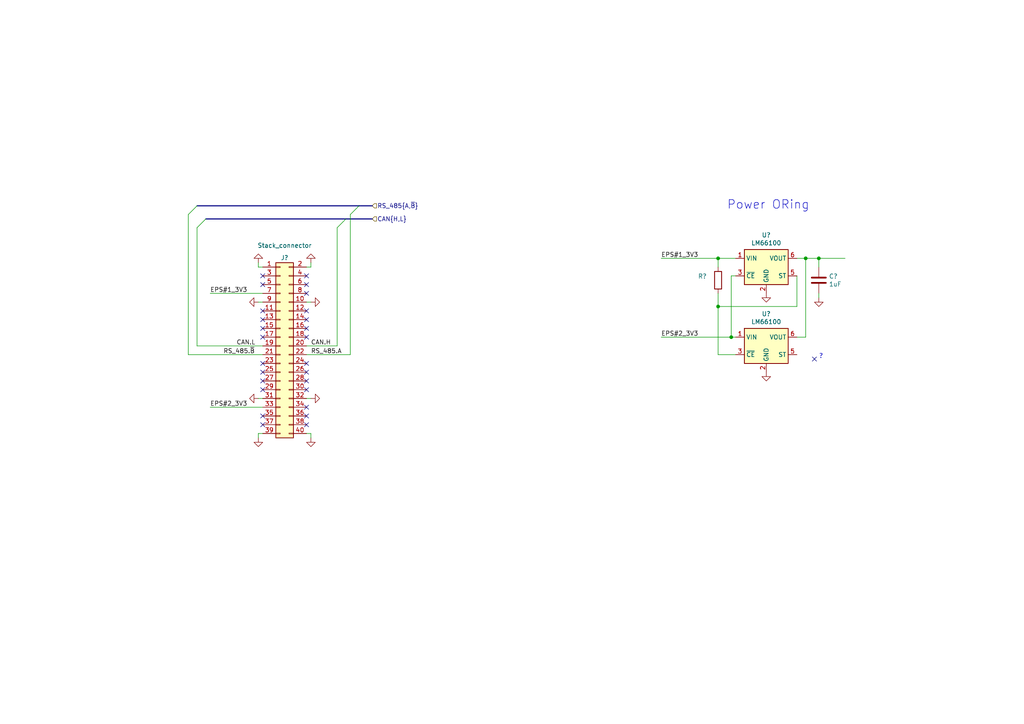
<source format=kicad_sch>
(kicad_sch (version 20211123) (generator eeschema)
  (paper "A4")
  (lib_symbols
    (symbol "Connector_Generic:Conn_02x20_Odd_Even" (pin_names (offset 1.016) hide)
      (property "Reference" "J" (at 1.27 25.4 0))
      (property "Value" "Conn_02x20_Odd_Even" (at 1.27 -27.94 0))
      (symbol "Conn_02x20_Odd_Even_1_1"
        (rectangle (start -1.27 -25.273) (end 0 -25.527) (stroke (width 0.1524)))
        (rectangle (start -1.27 -22.733) (end 0 -22.987) (stroke (width 0.1524)))
        (rectangle (start -1.27 -20.193) (end 0 -20.447) (stroke (width 0.1524)))
        (rectangle (start -1.27 -17.653) (end 0 -17.907) (stroke (width 0.1524)))
        (rectangle (start -1.27 -15.113) (end 0 -15.367) (stroke (width 0.1524)))
        (rectangle (start -1.27 -12.573) (end 0 -12.827) (stroke (width 0.1524)))
        (rectangle (start -1.27 -10.033) (end 0 -10.287) (stroke (width 0.1524)))
        (rectangle (start -1.27 -7.493) (end 0 -7.747) (stroke (width 0.1524)))
        (rectangle (start -1.27 -4.953) (end 0 -5.207) (stroke (width 0.1524)))
        (rectangle (start -1.27 -2.413) (end 0 -2.667) (stroke (width 0.1524)))
        (rectangle (start -1.27 0.127) (end 0 -0.127) (stroke (width 0.1524)))
        (rectangle (start -1.27 2.667) (end 0 2.413) (stroke (width 0.1524)))
        (rectangle (start -1.27 5.207) (end 0 4.953) (stroke (width 0.1524)))
        (rectangle (start -1.27 7.747) (end 0 7.493) (stroke (width 0.1524)))
        (rectangle (start -1.27 10.287) (end 0 10.033) (stroke (width 0.1524)))
        (rectangle (start -1.27 12.827) (end 0 12.573) (stroke (width 0.1524)))
        (rectangle (start -1.27 15.367) (end 0 15.113) (stroke (width 0.1524)))
        (rectangle (start -1.27 17.907) (end 0 17.653) (stroke (width 0.1524)))
        (rectangle (start -1.27 20.447) (end 0 20.193) (stroke (width 0.1524)))
        (rectangle (start -1.27 22.987) (end 0 22.733) (stroke (width 0.1524)))
        (rectangle (start -1.27 24.13) (end 3.81 -26.67) (stroke (width 0.254)) (fill (type background)))
        (rectangle (start 3.81 -25.273) (end 2.54 -25.527) (stroke (width 0.1524)))
        (rectangle (start 3.81 -22.733) (end 2.54 -22.987) (stroke (width 0.1524)))
        (rectangle (start 3.81 -20.193) (end 2.54 -20.447) (stroke (width 0.1524)))
        (rectangle (start 3.81 -17.653) (end 2.54 -17.907) (stroke (width 0.1524)))
        (rectangle (start 3.81 -15.113) (end 2.54 -15.367) (stroke (width 0.1524)))
        (rectangle (start 3.81 -12.573) (end 2.54 -12.827) (stroke (width 0.1524)))
        (rectangle (start 3.81 -10.033) (end 2.54 -10.287) (stroke (width 0.1524)))
        (rectangle (start 3.81 -7.493) (end 2.54 -7.747) (stroke (width 0.1524)))
        (rectangle (start 3.81 -4.953) (end 2.54 -5.207) (stroke (width 0.1524)))
        (rectangle (start 3.81 -2.413) (end 2.54 -2.667) (stroke (width 0.1524)))
        (rectangle (start 3.81 0.127) (end 2.54 -0.127) (stroke (width 0.1524)))
        (rectangle (start 3.81 2.667) (end 2.54 2.413) (stroke (width 0.1524)))
        (rectangle (start 3.81 5.207) (end 2.54 4.953) (stroke (width 0.1524)))
        (rectangle (start 3.81 7.747) (end 2.54 7.493) (stroke (width 0.1524)))
        (rectangle (start 3.81 10.287) (end 2.54 10.033) (stroke (width 0.1524)))
        (rectangle (start 3.81 12.827) (end 2.54 12.573) (stroke (width 0.1524)))
        (rectangle (start 3.81 15.367) (end 2.54 15.113) (stroke (width 0.1524)))
        (rectangle (start 3.81 17.907) (end 2.54 17.653) (stroke (width 0.1524)))
        (rectangle (start 3.81 20.447) (end 2.54 20.193) (stroke (width 0.1524)))
        (rectangle (start 3.81 22.987) (end 2.54 22.733) (stroke (width 0.1524)))
        (pin passive line (at -5.08 22.86 0) (length 3.81) (name "Pin_1") (number "1"))
        (pin passive line (at 7.62 12.7 180) (length 3.81) (name "Pin_10") (number "10"))
        (pin passive line (at -5.08 10.16 0) (length 3.81) (name "Pin_11") (number "11"))
        (pin passive line (at 7.62 10.16 180) (length 3.81) (name "Pin_12") (number "12"))
        (pin passive line (at -5.08 7.62 0) (length 3.81) (name "Pin_13") (number "13"))
        (pin passive line (at 7.62 7.62 180) (length 3.81) (name "Pin_14") (number "14"))
        (pin passive line (at -5.08 5.08 0) (length 3.81) (name "Pin_15") (number "15"))
        (pin passive line (at 7.62 5.08 180) (length 3.81) (name "Pin_16") (number "16"))
        (pin passive line (at -5.08 2.54 0) (length 3.81) (name "Pin_17") (number "17"))
        (pin passive line (at 7.62 2.54 180) (length 3.81) (name "Pin_18") (number "18"))
        (pin passive line (at -5.08 0 0) (length 3.81) (name "Pin_19") (number "19"))
        (pin passive line (at 7.62 22.86 180) (length 3.81) (name "Pin_2") (number "2"))
        (pin passive line (at 7.62 0 180) (length 3.81) (name "Pin_20") (number "20"))
        (pin passive line (at -5.08 -2.54 0) (length 3.81) (name "Pin_21") (number "21"))
        (pin passive line (at 7.62 -2.54 180) (length 3.81) (name "Pin_22") (number "22"))
        (pin passive line (at -5.08 -5.08 0) (length 3.81) (name "Pin_23") (number "23"))
        (pin passive line (at 7.62 -5.08 180) (length 3.81) (name "Pin_24") (number "24"))
        (pin passive line (at -5.08 -7.62 0) (length 3.81) (name "Pin_25") (number "25"))
        (pin passive line (at 7.62 -7.62 180) (length 3.81) (name "Pin_26") (number "26"))
        (pin passive line (at -5.08 -10.16 0) (length 3.81) (name "Pin_27") (number "27"))
        (pin passive line (at 7.62 -10.16 180) (length 3.81) (name "Pin_28") (number "28"))
        (pin passive line (at -5.08 -12.7 0) (length 3.81) (name "Pin_29") (number "29"))
        (pin passive line (at -5.08 20.32 0) (length 3.81) (name "Pin_3") (number "3"))
        (pin passive line (at 7.62 -12.7 180) (length 3.81) (name "Pin_30") (number "30"))
        (pin passive line (at -5.08 -15.24 0) (length 3.81) (name "Pin_31") (number "31"))
        (pin passive line (at 7.62 -15.24 180) (length 3.81) (name "Pin_32") (number "32"))
        (pin passive line (at -5.08 -17.78 0) (length 3.81) (name "Pin_33") (number "33"))
        (pin passive line (at 7.62 -17.78 180) (length 3.81) (name "Pin_34") (number "34"))
        (pin passive line (at -5.08 -20.32 0) (length 3.81) (name "Pin_35") (number "35"))
        (pin passive line (at 7.62 -20.32 180) (length 3.81) (name "Pin_36") (number "36"))
        (pin passive line (at -5.08 -22.86 0) (length 3.81) (name "Pin_37") (number "37"))
        (pin passive line (at 7.62 -22.86 180) (length 3.81) (name "Pin_38") (number "38"))
        (pin passive line (at -5.08 -25.4 0) (length 3.81) (name "Pin_39") (number "39"))
        (pin passive line (at 7.62 20.32 180) (length 3.81) (name "Pin_4") (number "4"))
        (pin passive line (at 7.62 -25.4 180) (length 3.81) (name "Pin_40") (number "40"))
        (pin passive line (at -5.08 17.78 0) (length 3.81) (name "Pin_5") (number "5"))
        (pin passive line (at 7.62 17.78 180) (length 3.81) (name "Pin_6") (number "6"))
        (pin passive line (at -5.08 15.24 0) (length 3.81) (name "Pin_7") (number "7"))
        (pin passive line (at 7.62 15.24 180) (length 3.81) (name "Pin_8") (number "8"))
        (pin passive line (at -5.08 12.7 0) (length 3.81) (name "Pin_9") (number "9"))
      )
    )
    (symbol "Device:C" (pin_numbers hide) (pin_names (offset 0.254))
      (property "Reference" "C" (at 0.635 2.54 0))
      (property "Value" "C" (at 0.635 -2.54 0))
      (symbol "C_0_1"
        (polyline (pts (xy -2.032 -0.762) (xy 2.032 -0.762)) (stroke (width 0.508)))
        (polyline (pts (xy -2.032 0.762) (xy 2.032 0.762)) (stroke (width 0.508)))
      )
      (symbol "C_1_1"
        (pin passive line (at 0 3.81 270) (length 2.794) (name "~") (number "1"))
        (pin passive line (at 0 -3.81 90) (length 2.794) (name "~") (number "2"))
      )
    )
    (symbol "Device:R" (pin_numbers hide) (pin_names (offset 0))
      (property "Reference" "R" (at 2.032 0 90))
      (property "Value" "R" (at 0 0 90))
      (symbol "R_0_1"
        (rectangle (start -1.016 -2.54) (end 1.016 2.54) (stroke (width 0.254)))
      )
      (symbol "R_1_1"
        (pin passive line (at 0 3.81 270) (length 1.27) (name "~") (number "1"))
        (pin passive line (at 0 -3.81 90) (length 1.27) (name "~") (number "2"))
      )
    )
    (symbol "TCY_power_management:LM66100"
      (property "Reference" "U" (at 0 6.35 0))
      (property "Value" "LM66100" (at 0 8.89 0))
      (symbol "LM66100_0_1"
        (rectangle (start -6.35 5.08) (end 6.35 -5.08) (stroke (width 0.254)) (fill (type background)))
      )
      (symbol "LM66100_1_1"
        (pin power_in line (at -8.89 2.54 0) (length 2.54) (name "VIN") (number "1"))
        (pin passive line (at 0 -7.62 90) (length 2.54) (name "GND") (number "2"))
        (pin input line (at -8.89 -2.54 0) (length 2.54) (name "~{CE}") (number "3"))
        (pin output line (at 8.89 -2.54 180) (length 2.54) (name "ST") (number "5"))
        (pin power_out line (at 8.89 2.54 180) (length 2.54) (name "VOUT") (number "6"))
      )
    )
    (symbol "power:GND" (power) (pin_names (offset 0))
      (property "Value" "GND" (at 0 -3.81 0))
      (symbol "GND_0_1"
        (polyline (pts (xy 0 0) (xy 0 -1.27) (xy 1.27 -1.27) (xy 0 -2.54) (xy -1.27 -1.27) (xy 0 -1.27)))
      )
      (symbol "GND_1_1"
        (pin power_in line (at 0 0 270) (length 0) hide (name "GND") (number "1"))
      )
    )
  )
  (junction (at 237.49 74.93) (diameter 0.9144))
  (junction (at 212.09 97.79) (diameter 0.9144))
  (junction (at 233.68 74.93) (diameter 0.9144))
  (junction (at 208.28 74.93) (diameter 0.9144))
  (junction (at 208.28 88.9) (diameter 0.9144))
  (no_connect (at 88.9 92.71))
  (no_connect (at 76.2 90.17))
  (no_connect (at 88.9 113.03))
  (no_connect (at 76.2 105.41))
  (no_connect (at 88.9 110.49))
  (no_connect (at 76.2 120.65))
  (no_connect (at 88.9 118.11))
  (no_connect (at 76.2 123.19))
  (no_connect (at 88.9 105.41))
  (no_connect (at 88.9 97.79))
  (no_connect (at 76.2 82.55))
  (no_connect (at 88.9 120.65))
  (no_connect (at 88.9 95.25))
  (no_connect (at 76.2 92.71))
  (no_connect (at 88.9 82.55))
  (no_connect (at 76.2 97.79))
  (no_connect (at 76.2 80.01))
  (no_connect (at 88.9 80.01))
  (no_connect (at 76.2 113.03))
  (no_connect (at 76.2 110.49))
  (no_connect (at 88.9 85.09))
  (no_connect (at 88.9 123.19))
  (no_connect (at 88.9 90.17))
  (no_connect (at 88.9 107.95))
  (no_connect (at 76.2 107.95))
  (no_connect (at 76.2 95.25))
  (no_connect (at 236.22 104.14))
  (bus_entry (at 104.14 59.69) (size -2.54 2.54))
  (bus_entry (at 100.33 63.5) (size -2.54 2.54))
  (bus_entry (at 57.15 59.69) (size -2.54 2.54))
  (bus_entry (at 59.69 63.5) (size -2.54 2.54))
  (wire (pts (xy 88.9 125.73) (xy 90.17 125.73)))
  (wire (pts (xy 208.28 102.87) (xy 213.36 102.87)))
  (wire (pts (xy 74.93 127) (xy 74.93 125.73)))
  (wire (pts (xy 212.09 97.79) (xy 213.36 97.79)))
  (wire (pts (xy 191.77 74.93) (xy 208.28 74.93)))
  (wire (pts (xy 88.9 87.63) (xy 90.17 87.63)))
  (wire (pts (xy 90.17 77.47) (xy 90.17 76.2)))
  (bus (pts (xy 57.15 59.69) (xy 104.14 59.69)))
  (wire (pts (xy 76.2 87.63) (xy 74.93 87.63)))
  (wire (pts (xy 237.49 74.93) (xy 245.11 74.93)))
  (wire (pts (xy 208.28 88.9) (xy 208.28 102.87)))
  (wire (pts (xy 57.15 66.04) (xy 57.15 100.33)))
  (wire (pts (xy 233.68 97.79) (xy 233.68 74.93)))
  (wire (pts (xy 88.9 77.47) (xy 90.17 77.47)))
  (wire (pts (xy 237.49 85.09) (xy 237.49 86.36)))
  (wire (pts (xy 88.9 115.57) (xy 90.17 115.57)))
  (wire (pts (xy 76.2 115.57) (xy 74.93 115.57)))
  (wire (pts (xy 231.14 97.79) (xy 233.68 97.79)))
  (wire (pts (xy 208.28 88.9) (xy 231.14 88.9)))
  (wire (pts (xy 57.15 100.33) (xy 76.2 100.33)))
  (wire (pts (xy 213.36 80.01) (xy 212.09 80.01)))
  (wire (pts (xy 231.14 88.9) (xy 231.14 80.01)))
  (wire (pts (xy 208.28 74.93) (xy 208.28 77.47)))
  (wire (pts (xy 60.96 85.09) (xy 76.2 85.09)))
  (wire (pts (xy 231.14 74.93) (xy 233.68 74.93)))
  (wire (pts (xy 208.28 74.93) (xy 213.36 74.93)))
  (wire (pts (xy 88.9 102.87) (xy 101.6 102.87)))
  (wire (pts (xy 88.9 100.33) (xy 97.79 100.33)))
  (wire (pts (xy 233.68 74.93) (xy 237.49 74.93)))
  (wire (pts (xy 97.79 66.04) (xy 97.79 100.33)))
  (wire (pts (xy 90.17 125.73) (xy 90.17 127)))
  (wire (pts (xy 74.93 125.73) (xy 76.2 125.73)))
  (bus (pts (xy 100.33 63.5) (xy 107.95 63.5)))
  (wire (pts (xy 212.09 80.01) (xy 212.09 97.79)))
  (wire (pts (xy 237.49 74.93) (xy 237.49 77.47)))
  (bus (pts (xy 59.69 63.5) (xy 100.33 63.5)))
  (wire (pts (xy 101.6 62.23) (xy 101.6 102.87)))
  (bus (pts (xy 104.14 59.69) (xy 107.95 59.69)))
  (wire (pts (xy 208.28 85.09) (xy 208.28 88.9)))
  (wire (pts (xy 191.77 97.79) (xy 212.09 97.79)))
  (wire (pts (xy 74.93 76.2) (xy 74.93 77.47)))
  (wire (pts (xy 74.93 77.47) (xy 76.2 77.47)))
  (wire (pts (xy 60.96 118.11) (xy 76.2 118.11)))
  (wire (pts (xy 54.61 102.87) (xy 76.2 102.87)))
  (wire (pts (xy 54.61 62.23) (xy 54.61 102.87)))
  (text "Power ORing" (at 210.82 60.96 0) (effects (font (size 2.5 2.5)) (justify left bottom)))
  (text "?" (at 237.49 104.14 0) (effects (font (size 1.27 1.27)) (justify left bottom)))
  (label "EPS#1_3V3" (at 60.96 85.09 0))
  (label "CAN.L" (at 68.58 100.33 0))
  (label "RS_485.~{B}" (at 64.77 102.87 0))
  (label "CAN.H" (at 90.17 100.33 0))
  (label "EPS#1_3V3" (at 191.77 74.93 0))
  (label "RS_485.A" (at 90.17 102.87 0))
  (label "EPS#2_3V3" (at 60.96 118.11 0))
  (label "EPS#2_3V3" (at 191.77 97.79 0))
  (hierarchical_label "CAN{H,L}" (shape input) (at 107.95 63.5 0))
  (hierarchical_label "RS_485{A,~{B}}" (shape input) (at 107.95 59.69 0))
  (symbol (lib_id "Device:R") (at 208.28 81.28 0) (unit 1)
    (property "Reference" "R?" (at 202.4381 80.1306 0) (effects (justify left)))
    (property "Footprint" "Resistor_SMD:R_0603_1608Metric" (effects hide))
  )
  (symbol (lib_id "power:GND") (at 90.17 87.63 90) (unit 1)
    (property "Reference" "#PWR?" (effects hide))
    (property "Value" "GND" (effects hide))
  )
  (symbol (lib_id "Connector_Generic:Conn_02x20_Odd_Even") (at 81.28 100.33 0) (unit 1)
    (property "Reference" "J?" (at 82.55 74.7734 0))
    (property "Value" "Stack_connector" (at 82.55 71.1985 0))
    (property "Footprint" "Connector_PinSocket_2.54mm:PinSocket_2x20_P2.54mm_Vertical" (effects hide))
  )
  (symbol (lib_id "power:GND") (at 237.49 86.36 0) (unit 1)
    (property "Reference" "#PWR?" (effects hide))
    (property "Value" "GND" (effects hide))
  )
  (symbol (lib_id "TCY_power_management:LM66100") (at 222.25 77.47 0) (unit 1)
    (property "Reference" "U?" (at 222.25 68.1798 0))
    (property "Value" "LM66100" (at 222.25 70.4785 0))
    (property "Footprint" "Package_TO_SOT_SMD:SOT-363_SC-70-6" (effects hide))
    (property "Datasheet" "https://www.ti.com/lit/ds/symlink/lm66100.pdf?ts=1611216893994&ref_url=https%253A%252F%252Fwww.google.com%252F" (effects hide))
  )
  (symbol (lib_id "power:GND") (at 222.25 85.09 0) (unit 1)
    (property "Reference" "#PWR?" (effects hide))
    (property "Value" "GND" (effects hide))
  )
  (symbol (lib_id "power:GND") (at 74.93 87.63 270) (unit 1)
    (property "Reference" "#PWR?" (effects hide))
    (property "Value" "GND" (effects hide))
  )
  (symbol (lib_id "power:GND") (at 74.93 127 0) (unit 1)
    (property "Reference" "#PWR?" (effects hide))
    (property "Value" "GND" (effects hide))
  )
  (symbol (lib_id "power:GND") (at 90.17 76.2 180) (unit 1)
    (property "Reference" "#PWR?" (effects hide))
    (property "Value" "GND" (effects hide))
  )
  (symbol (lib_id "Device:C") (at 237.49 81.28 0) (unit 1)
    (property "Reference" "C?" (at 240.4111 80.1306 0) (effects (justify left)))
    (property "Value" "1uF" (at 240.411 82.429 0) (effects (justify left)))
    (property "Footprint" "Capacitor_SMD:C_0603_1608Metric" (effects hide))
  )
  (symbol (lib_id "TCY_power_management:LM66100") (at 222.25 100.33 0) (unit 1)
    (property "Reference" "U?" (at 222.25 91.0398 0))
    (property "Value" "LM66100" (at 222.25 93.3385 0))
    (property "Footprint" "Package_TO_SOT_SMD:SOT-363_SC-70-6" (effects hide))
    (property "Datasheet" "https://www.ti.com/lit/ds/symlink/lm66100.pdf?ts=1611216893994&ref_url=https%253A%252F%252Fwww.google.com%252F" (effects hide))
  )
  (symbol (lib_id "power:GND") (at 90.17 127 0) (unit 1)
    (property "Reference" "#PWR?" (effects hide))
    (property "Value" "GND" (effects hide))
  )
  (symbol (lib_id "power:GND") (at 90.17 115.57 90) (unit 1)
    (property "Reference" "#PWR?" (effects hide))
    (property "Value" "GND" (effects hide))
  )
  (symbol (lib_id "power:GND") (at 74.93 76.2 180) (unit 1)
    (property "Reference" "#PWR?" (effects hide))
    (property "Value" "GND" (effects hide))
  )
  (symbol (lib_id "power:GND") (at 222.25 107.95 0) (unit 1)
    (property "Reference" "#PWR?" (effects hide))
    (property "Value" "GND" (effects hide))
  )
  (symbol (lib_id "power:GND") (at 74.93 115.57 270) (unit 1)
    (property "Reference" "#PWR?" (effects hide))
    (property "Value" "GND" (effects hide))
  )
)
</source>
